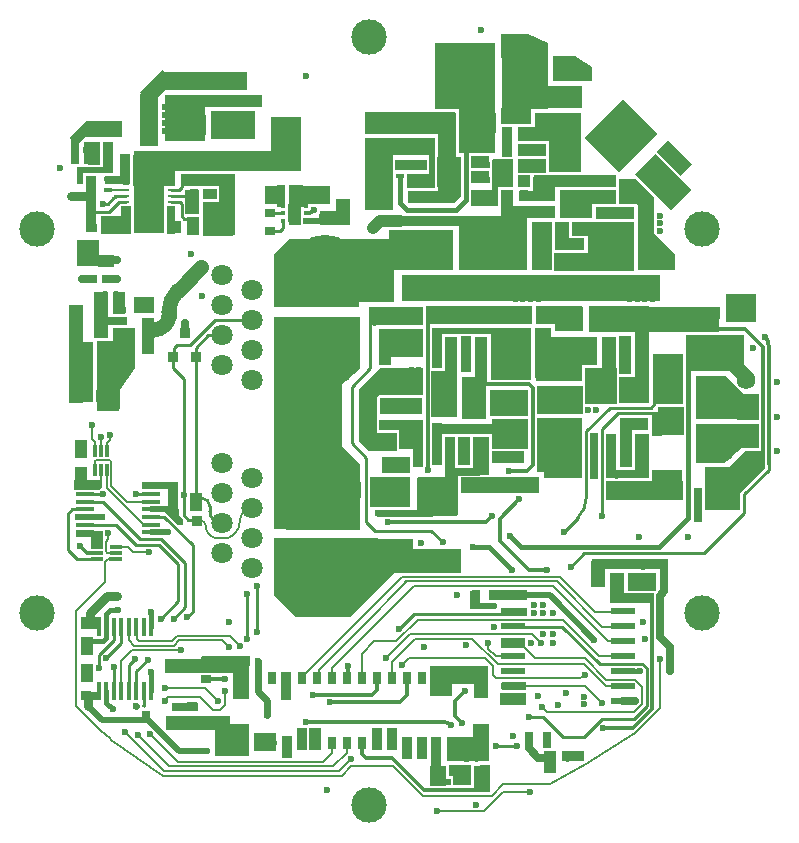
<source format=gbl>
G04*
G04 #@! TF.GenerationSoftware,Altium Limited,Altium Designer,22.1.2 (22)*
G04*
G04 Layer_Physical_Order=4*
G04 Layer_Color=16711680*
%FSLAX25Y25*%
%MOIN*%
G70*
G04*
G04 #@! TF.SameCoordinates,718D4045-E2B1-425D-88C3-508A2C93E544*
G04*
G04*
G04 #@! TF.FilePolarity,Positive*
G04*
G01*
G75*
%ADD11C,0.01000*%
%ADD13C,0.00800*%
%ADD27R,0.03000X0.03500*%
%ADD29R,0.03500X0.03000*%
%ADD32R,0.10984X0.10118*%
%ADD35R,0.03622X0.03228*%
%ADD42R,0.04000X0.06000*%
%ADD91C,0.00800*%
%ADD98C,0.03000*%
%ADD99C,0.05000*%
%ADD100C,0.01200*%
%ADD101C,0.02500*%
%ADD102C,0.04000*%
%ADD103C,0.02200*%
%ADD105C,0.02000*%
%ADD189R,0.10300X0.03000*%
%ADD257C,0.22835*%
%ADD258R,0.06260X0.06260*%
%ADD259C,0.06260*%
%ADD260R,0.10394X0.10394*%
%ADD261C,0.10394*%
%ADD262C,0.03937*%
%ADD263C,0.07087*%
%ADD264C,0.11811*%
%ADD265C,0.02362*%
%ADD279R,0.13386X0.06299*%
%ADD280R,0.03150X0.03150*%
%ADD281R,0.07874X0.04331*%
%ADD282R,0.01181X0.03898*%
%ADD283R,0.03898X0.01181*%
%ADD284R,0.01614X0.06299*%
%ADD285R,0.01457X0.01063*%
%ADD286R,0.07874X0.02362*%
%ADD287R,0.07000X0.06000*%
%ADD288R,0.03150X0.10630*%
%ADD289R,0.01800X0.02500*%
%ADD290R,0.03937X0.02362*%
%ADD291R,0.06102X0.01378*%
%ADD292R,0.03228X0.03622*%
%ADD293R,0.04724X0.04724*%
%ADD294R,0.04724X0.10630*%
%ADD295R,0.03150X0.04331*%
%ADD296R,0.02362X0.08661*%
%ADD297R,0.09843X0.06693*%
G04:AMPARAMS|DCode=298|XSize=98.43mil|YSize=66.93mil|CornerRadius=0mil|HoleSize=0mil|Usage=FLASHONLY|Rotation=315.000|XOffset=0mil|YOffset=0mil|HoleType=Round|Shape=Rectangle|*
%AMROTATEDRECTD298*
4,1,4,-0.05846,0.01114,-0.01114,0.05846,0.05846,-0.01114,0.01114,-0.05846,-0.05846,0.01114,0.0*
%
%ADD298ROTATEDRECTD298*%

%ADD299R,0.06102X0.02362*%
%ADD300R,0.02500X0.01800*%
%ADD301R,0.07874X0.09843*%
%ADD302R,0.06339X0.02284*%
%ADD303R,0.02362X0.00984*%
%ADD304R,0.10236X0.11811*%
%ADD305R,0.08661X0.19685*%
%ADD306R,0.01772X0.01181*%
%ADD307R,0.03937X0.06299*%
%ADD308C,0.01800*%
%ADD309C,0.01500*%
%ADD310R,0.22086X0.10200*%
%ADD311R,0.03850X0.06000*%
%ADD312R,0.24854X0.21700*%
%ADD313R,0.04337X0.12200*%
%ADD314R,0.09200X0.06100*%
%ADD315R,0.07394X0.07800*%
%ADD316R,0.04802X0.08750*%
%ADD317R,0.10100X0.18400*%
%ADD318R,0.03250X0.05300*%
%ADD319R,0.03929X0.03897*%
%ADD320R,0.03972X0.13200*%
%ADD321R,0.03152X0.04066*%
%ADD322R,0.09878X0.06300*%
%ADD323R,0.22971X0.71100*%
%ADD324R,0.23882X0.17509*%
%ADD325R,0.26600X0.06035*%
%ADD326R,0.06800X0.16200*%
%ADD327R,0.21600X0.13259*%
%ADD328R,0.08600X0.15600*%
%ADD329R,0.11000X0.04200*%
%ADD330R,0.13651X0.11400*%
%ADD331R,0.49800X0.06763*%
%ADD332R,0.10200X0.04537*%
%ADD333R,0.08750X0.02400*%
%ADD334R,0.30400X0.07300*%
%ADD335R,0.28100X0.06481*%
%ADD336R,0.34800X0.17400*%
%ADD337R,0.04504X0.09600*%
%ADD338R,0.07460X0.10111*%
%ADD339R,0.07874X0.03181*%
%ADD340R,0.02500X0.02474*%
%ADD341R,0.08814X0.04181*%
%ADD342R,0.08358X0.02800*%
%ADD343R,0.04189X0.01322*%
%ADD344R,0.04385X0.06300*%
%ADD345R,0.07675X0.06200*%
%ADD346R,0.01714X0.06299*%
%ADD347R,0.08980X0.02227*%
%ADD348R,0.03880X0.06149*%
%ADD349R,0.04268X0.06300*%
%ADD350R,0.04268X0.07591*%
%ADD351R,0.07007X0.03909*%
%ADD352R,0.02828X0.04049*%
%ADD353R,0.06757X0.03110*%
%ADD354R,0.09600X0.05800*%
%ADD355R,0.04479X0.13645*%
%ADD356R,0.03200X0.14000*%
%ADD357R,0.18900X0.06300*%
%ADD358R,0.15283X0.08040*%
%ADD359R,0.04826X0.09351*%
%ADD360R,0.09351X0.03900*%
%ADD361R,0.07800X0.23500*%
%ADD362R,0.26700X0.07800*%
%ADD363R,0.05400X0.24200*%
%ADD364R,0.22500X0.17600*%
%ADD365R,0.06993X0.05541*%
%ADD366R,0.15800X0.09200*%
%ADD367R,0.07800X0.07500*%
%ADD368R,0.05250X0.03900*%
%ADD369R,0.04700X0.20500*%
%ADD370R,0.16350X0.03314*%
%ADD371R,0.28300X0.04600*%
%ADD372R,0.07600X0.10800*%
%ADD373R,0.04300X0.07400*%
%ADD374R,0.07300X0.08700*%
%ADD375R,0.04400X0.12300*%
%ADD376R,0.04900X0.32700*%
%ADD377R,0.05000X0.15465*%
%ADD378R,0.25800X0.03573*%
%ADD379R,0.18000X0.04472*%
%ADD380R,0.15800X0.22100*%
G04:AMPARAMS|DCode=381|XSize=53.03mil|YSize=106.77mil|CornerRadius=0mil|HoleSize=0mil|Usage=FLASHONLY|Rotation=315.000|XOffset=0mil|YOffset=0mil|HoleType=Round|Shape=Rectangle|*
%AMROTATEDRECTD381*
4,1,4,-0.05650,-0.01900,0.01900,0.05650,0.05650,0.01900,-0.01900,-0.05650,-0.05650,-0.01900,0.0*
%
%ADD381ROTATEDRECTD381*%

%ADD382R,0.05300X0.04100*%
%ADD383R,0.11400X0.05500*%
%ADD384R,0.02286X0.08884*%
%ADD385R,0.05500X0.07600*%
G04:AMPARAMS|DCode=386|XSize=33.23mil|YSize=82.02mil|CornerRadius=0mil|HoleSize=0mil|Usage=FLASHONLY|Rotation=135.000|XOffset=0mil|YOffset=0mil|HoleType=Round|Shape=Rectangle|*
%AMROTATEDRECTD386*
4,1,4,0.04075,0.01725,-0.01725,-0.04075,-0.04075,-0.01725,0.01725,0.04075,0.04075,0.01725,0.0*
%
%ADD386ROTATEDRECTD386*%

%ADD387R,0.02286X0.09584*%
%ADD388R,0.04100X0.07400*%
%ADD389R,0.02273X0.03900*%
%ADD390R,0.03700X0.18900*%
%ADD391R,0.12300X0.02300*%
%ADD392R,0.02000X0.15764*%
G04:AMPARAMS|DCode=393|XSize=39.46mil|YSize=86.27mil|CornerRadius=0mil|HoleSize=0mil|Usage=FLASHONLY|Rotation=45.000|XOffset=0mil|YOffset=0mil|HoleType=Round|Shape=Rectangle|*
%AMROTATEDRECTD393*
4,1,4,0.01655,-0.04445,-0.04445,0.01655,-0.01655,0.04445,0.04445,-0.01655,0.01655,-0.04445,0.0*
%
%ADD393ROTATEDRECTD393*%

%ADD394R,0.10000X0.01900*%
%ADD395R,0.03207X0.08044*%
%ADD396R,0.03100X0.11400*%
%ADD397R,0.14500X0.03800*%
%ADD398R,0.03700X0.03700*%
%ADD399R,0.03400X0.07558*%
%ADD400R,0.08500X0.02900*%
%ADD401R,0.05001X0.08878*%
%ADD402R,0.03400X0.09281*%
%ADD403R,0.06200X0.06923*%
%ADD404R,0.03400X0.07198*%
%ADD405R,0.03400X0.07500*%
%ADD406R,0.03400X0.07198*%
%ADD407R,0.05581X0.09100*%
%ADD408R,0.05400X0.06874*%
%ADD409R,0.03700X0.03900*%
%ADD410R,0.03700X0.16100*%
%ADD411R,0.07600X0.03650*%
%ADD412R,0.07400X0.03400*%
%ADD413R,0.04300X0.05900*%
%ADD414R,0.04200X0.07500*%
%ADD415R,0.03500X0.06462*%
%ADD416R,0.12700X0.03600*%
%ADD417R,0.13800X0.13145*%
%ADD418R,0.07200X0.08058*%
%ADD419R,0.07200X0.08500*%
%ADD420R,0.25000X0.06300*%
%ADD421R,0.14500X0.05800*%
%ADD422R,0.40700X0.07900*%
%ADD423R,0.04800X0.20800*%
%ADD424R,0.02800X0.15300*%
%ADD425R,0.09800X0.04400*%
%ADD426R,0.08700X0.09700*%
%ADD427R,0.13800X0.02900*%
%ADD428R,0.16300X0.09300*%
%ADD429R,0.03600X0.13300*%
%ADD430R,0.04400X0.16157*%
%ADD431R,0.10200X0.17000*%
%ADD432R,0.25300X0.04300*%
%ADD433R,0.31972X0.05363*%
G04:AMPARAMS|DCode=434|XSize=113.14mil|YSize=52.32mil|CornerRadius=0mil|HoleSize=0mil|Usage=FLASHONLY|Rotation=135.000|XOffset=0mil|YOffset=0mil|HoleType=Round|Shape=Rectangle|*
%AMROTATEDRECTD434*
4,1,4,0.05850,-0.02150,0.02150,-0.05850,-0.05850,0.02150,-0.02150,0.05850,0.05850,-0.02150,0.0*
%
%ADD434ROTATEDRECTD434*%

%ADD435R,0.13386X0.10200*%
%ADD436R,0.03500X0.19800*%
%ADD437R,0.26100X0.05200*%
%ADD438R,0.22400X0.03700*%
%ADD439R,0.09600X0.06100*%
%ADD440R,0.14623X0.03800*%
%ADD441R,0.10400X0.04900*%
%ADD442R,0.03300X0.10300*%
%ADD443R,0.04300X0.07300*%
%ADD444R,0.23500X0.04700*%
G04:AMPARAMS|DCode=445|XSize=44.55mil|YSize=89.8mil|CornerRadius=0mil|HoleSize=0mil|Usage=FLASHONLY|Rotation=45.000|XOffset=0mil|YOffset=0mil|HoleType=Round|Shape=Rectangle|*
%AMROTATEDRECTD445*
4,1,4,0.01600,-0.04750,-0.04750,0.01600,-0.01600,0.04750,0.04750,-0.01600,0.01600,-0.04750,0.0*
%
%ADD445ROTATEDRECTD445*%

%ADD446R,0.10000X0.09200*%
%ADD447R,0.86200X0.08900*%
%ADD448R,0.13100X0.20100*%
%ADD449R,0.04700X0.14700*%
%ADD450R,0.04400X0.12900*%
%ADD451R,0.03600X0.12000*%
%ADD452R,0.15269X0.04100*%
%ADD453R,0.10600X0.11100*%
%ADD454R,0.15100X0.18400*%
%ADD455R,0.03600X0.13900*%
%ADD456R,0.07800X0.08900*%
%ADD457R,0.03700X0.15100*%
%ADD458R,0.12800X0.04300*%
%ADD459R,0.08700X0.04600*%
%ADD460R,0.03800X0.10236*%
%ADD461R,0.15000X0.09700*%
G04:AMPARAMS|DCode=462|XSize=169.71mil|YSize=96.86mil|CornerRadius=0mil|HoleSize=0mil|Usage=FLASHONLY|Rotation=135.000|XOffset=0mil|YOffset=0mil|HoleType=Round|Shape=Rectangle|*
%AMROTATEDRECTD462*
4,1,4,0.09425,-0.02576,0.02576,-0.09425,-0.09425,0.02576,-0.02576,0.09425,0.09425,-0.02576,0.0*
%
%ADD462ROTATEDRECTD462*%

%ADD463R,0.07100X0.06487*%
%ADD464R,0.03072X0.07422*%
%ADD465R,0.10900X0.04800*%
%ADD466R,0.03800X0.09900*%
%ADD467R,0.09400X0.05000*%
%ADD468R,0.14700X0.06400*%
%ADD469R,0.11300X0.22200*%
%ADD470R,0.09000X0.05600*%
%ADD471R,0.01900X0.16055*%
%ADD472R,0.09500X0.05000*%
%ADD473R,0.09400X0.21300*%
%ADD474R,0.02900X0.05500*%
%ADD475R,0.10800X0.03700*%
%ADD476R,0.20300X0.08600*%
%ADD477R,0.04800X0.11378*%
%ADD478R,0.21268X0.04600*%
%ADD479R,0.08800X0.03100*%
%ADD480R,0.05800X0.13300*%
%ADD481R,0.03206X0.04400*%
%ADD482R,0.20300X0.04300*%
%ADD483R,0.06200X0.15700*%
%ADD484R,0.06400X0.04200*%
%ADD485R,0.10000X0.05500*%
%ADD486R,0.03800X0.14300*%
%ADD487R,0.09400X0.04000*%
%ADD488R,0.07300X0.06900*%
%ADD489R,0.12200X0.03700*%
%ADD490R,0.06600X0.09300*%
%ADD491R,0.04200X0.13563*%
%ADD492R,0.12117X0.37000*%
%ADD493R,0.13673X0.15200*%
%ADD494R,0.04400X0.09500*%
%ADD495R,0.05200X0.12900*%
%ADD496R,0.04100X0.14300*%
%ADD497R,0.08400X0.14300*%
%ADD498R,0.04100X0.16300*%
%ADD499R,0.05300X0.16600*%
%ADD500R,0.15700X0.14300*%
%ADD501R,0.09800X0.08196*%
%ADD502R,0.10500X0.11900*%
%ADD503R,0.04900X0.14300*%
%ADD504R,0.09900X0.08700*%
%ADD505R,0.15300X0.09704*%
%ADD506R,0.12900X0.08900*%
%ADD507R,0.14300X0.05604*%
%ADD508R,0.17900X0.06400*%
%ADD509R,0.12200X0.10000*%
%ADD510R,0.35500X0.06000*%
%ADD511R,0.15800X0.06000*%
%ADD512R,0.13800X0.17400*%
%ADD513R,0.14700X0.09237*%
%ADD514R,0.14500X0.03600*%
%ADD515R,0.14100X0.08400*%
%ADD516R,0.04800X0.03600*%
G04:AMPARAMS|DCode=517|XSize=163.34mil|YSize=183.14mil|CornerRadius=0mil|HoleSize=0mil|Usage=FLASHONLY|Rotation=135.000|XOffset=0mil|YOffset=0mil|HoleType=Round|Shape=Rectangle|*
%AMROTATEDRECTD517*
4,1,4,0.12250,0.00700,-0.00700,-0.12250,-0.12250,-0.00700,0.00700,0.12250,0.12250,0.00700,0.0*
%
%ADD517ROTATEDRECTD517*%

%ADD518R,0.08329X0.02900*%
%ADD519R,0.11000X0.09700*%
%ADD520R,0.05400X0.10900*%
%ADD521R,0.10300X0.08237*%
%ADD522R,0.14000X0.08700*%
%ADD523R,0.06029X0.17763*%
%ADD524R,0.10278X0.05850*%
%ADD525R,0.05472X0.18437*%
%ADD526R,0.09871X0.11200*%
%ADD527R,0.03000X0.09300*%
%ADD528R,0.04200X0.06300*%
%ADD529R,0.04572X0.08400*%
%ADD530R,0.18472X0.04200*%
%ADD531R,0.21000X0.04600*%
%ADD532R,0.27700X0.03963*%
%ADD533R,0.36629X0.03800*%
G36*
X59700Y254100D02*
Y249147D01*
X43900D01*
Y257078D01*
X53085D01*
X59700Y254100D01*
D02*
G37*
G36*
X74300Y245931D02*
Y241812D01*
X73945Y241459D01*
X61122Y241547D01*
Y249600D01*
X68523D01*
X74300Y245931D01*
D02*
G37*
G36*
X30600Y202891D02*
X28355Y200645D01*
X22900D01*
X30600Y207126D01*
Y202891D01*
D02*
G37*
G36*
X88800Y201100D02*
X88800Y201100D01*
X88761Y201019D01*
X88740Y200841D01*
X88797Y200671D01*
X88920Y200542D01*
X89000Y200500D01*
X83200Y200500D01*
Y208800D01*
X88800D01*
X88800Y201100D01*
D02*
G37*
G36*
X6800Y181118D02*
X-3300Y181707D01*
Y165900D01*
X-31800D01*
Y183342D01*
X-31333D01*
X-31829Y183371D01*
X-26600Y188600D01*
X6800D01*
Y181118D01*
D02*
G37*
G36*
X102100Y183600D02*
Y178285D01*
X89500D01*
Y191500D01*
X94200D01*
X102100Y183600D01*
D02*
G37*
G36*
X124900Y144600D02*
X105600Y144600D01*
Y156800D01*
X124900D01*
Y144600D01*
D02*
G37*
G36*
X-9500Y143400D02*
X-7222Y145678D01*
X-3218Y145291D01*
X-8899Y140263D01*
X-9179Y138900D01*
X-27100D01*
Y146655D01*
X-9500Y143400D01*
D02*
G37*
G36*
X-78012Y145600D02*
X-83183Y138565D01*
X-88500Y140000D01*
Y154700D01*
X-78012D01*
Y145600D01*
D02*
G37*
G36*
X129000Y133000D02*
Y128600D01*
X108900D01*
Y142900D01*
X119100D01*
X129000Y133000D01*
D02*
G37*
G36*
X18000Y136700D02*
X3297D01*
X2662Y136065D01*
Y128904D01*
X2641Y128873D01*
X2586Y128600D01*
Y125000D01*
X2641Y124727D01*
X2662Y124696D01*
Y118400D01*
Y118100D01*
X-197D01*
X-3300Y121203D01*
Y138596D01*
X3704Y145600D01*
X18000D01*
Y136700D01*
D02*
G37*
G36*
X129000Y123200D02*
X118168Y113900D01*
X109000D01*
Y127209D01*
X129000D01*
Y123200D01*
D02*
G37*
G36*
X-2900Y113600D02*
Y106557D01*
X-15632Y120336D01*
X-10702Y121402D01*
X-2900Y113600D01*
D02*
G37*
G36*
X-89100Y106200D02*
X-90100Y105200D01*
X-98300Y105200D01*
Y108100D01*
Y108500D01*
X-89100D01*
Y106200D01*
D02*
G37*
G36*
X104600Y101800D02*
X78900D01*
Y108200D01*
X104600D01*
Y101800D01*
D02*
G37*
G36*
X-63600Y98600D02*
X-67200D01*
Y105400D01*
X-75800D01*
Y107700D01*
X-63600D01*
Y98600D01*
D02*
G37*
G36*
X131800Y112300D02*
X123500Y104000D01*
X123500Y98400D01*
X111800D01*
Y112800D01*
X120200D01*
X125300Y117900D01*
X131800D01*
X131800Y112300D01*
D02*
G37*
G36*
X-64800Y98000D02*
X-62100Y95300D01*
X-62100Y93500D01*
X-63900D01*
X-68400Y98000D01*
X-64800Y98000D01*
D02*
G37*
G36*
X9682Y78237D02*
X-6301Y62600D01*
X-24335Y62600D01*
X-31800Y69941D01*
Y78700D01*
X9493D01*
X9682Y78237D01*
D02*
G37*
D11*
X-53100Y99600D02*
G03*
X-55855Y102355I-2755J0D01*
G01*
X-53100Y98019D02*
G03*
X-49000Y93919I4100J0D01*
G01*
X69471Y95671D02*
G03*
X72400Y102742I-7071J7071D01*
G01*
X-84660Y202889D02*
G03*
X-84721Y202823I701J-713D01*
G01*
X400Y145667D02*
Y160900D01*
X-5854Y139413D02*
X400Y145667D01*
X-5854Y120634D02*
Y139413D01*
Y120634D02*
X-1000Y115781D01*
X1962Y91438D02*
X20762D01*
X24600Y87600D01*
X-1000Y94400D02*
Y115781D01*
Y94400D02*
X1962Y91438D01*
X64341Y59560D02*
X76800Y47100D01*
X47852Y59560D02*
X64341D01*
X76800Y47100D02*
X91086D01*
X-37300Y57800D02*
Y73200D01*
X-40678Y55381D02*
Y70441D01*
X5421Y131679D02*
X5600D01*
Y132500D01*
X-97531Y82131D02*
X-90869D01*
X-100300Y84900D02*
Y97228D01*
Y84900D02*
X-97531Y82131D01*
X-29822Y191237D02*
X-28749Y192310D01*
X-33072Y191237D02*
X-29822D01*
X-28749Y192310D02*
Y194737D01*
X64900Y91100D02*
X69471Y95671D01*
X-27500Y16781D02*
Y20599D01*
X-18727Y198428D02*
X-18501D01*
X-21071Y197296D02*
X-20981Y197387D01*
X-84368Y203176D02*
X-81040D01*
X-84660Y202889D02*
X-84368Y203176D01*
X-92650Y198950D02*
Y200300D01*
X-82635Y54054D02*
Y59365D01*
X-87755Y48935D02*
X-82635Y54054D01*
X-90136Y50101D02*
X-85100Y55137D01*
X-90136Y45881D02*
Y50101D01*
X64500Y22800D02*
X71733D01*
X77505Y28573D01*
X88227D01*
X58000Y29300D02*
X64500Y22800D01*
X53400Y29300D02*
X58000D01*
X92600Y32946D02*
Y45586D01*
X88227Y28573D02*
X92600Y32946D01*
X91086Y47100D02*
X92600Y45586D01*
X15028Y63800D02*
X47893D01*
X47852Y59560D02*
X47893Y59600D01*
X26653Y211000D02*
X29180Y208472D01*
X-94175Y96075D02*
X-89275D01*
X-88800Y96000D02*
X-88750Y96050D01*
X-89200Y96000D02*
X-88800D01*
X-89275Y96075D02*
X-89200Y96000D01*
X-94707Y103700D02*
X-88800D01*
X-88874Y101174D02*
X-76438Y88738D01*
X-94740Y101174D02*
X-88874D01*
X-76438Y88738D02*
X-69438D01*
X-77800Y103722D02*
X-73079D01*
Y103922D02*
X-72890Y103733D01*
X-94200Y96050D02*
X-94175Y96075D01*
X-77600Y44600D02*
X-73800Y48400D01*
X-77600Y38140D02*
Y44600D01*
X-94740Y93497D02*
X-84497D01*
X-77881Y86881D02*
X-70181D01*
X-84497Y93497D02*
X-77881Y86881D01*
X-63700Y67962D02*
Y80400D01*
X-70181Y86881D02*
X-63700Y80400D01*
X-61300Y66000D02*
Y80600D01*
X-65100Y62200D02*
X-61300Y66000D01*
X-69481Y62181D02*
X-63700Y67962D01*
X-58800Y64469D02*
Y86600D01*
X-60700Y62569D02*
X-58800Y64469D01*
X-69438Y88738D02*
X-61300Y80600D01*
X-85100Y55137D02*
Y59400D01*
X-82635Y59365D02*
X-82600Y59400D01*
X-98913Y98615D02*
X-94740D01*
X-100300Y97228D02*
X-98913Y98615D01*
X-80100Y46700D02*
X-78000Y48800D01*
X-80100Y38140D02*
Y46700D01*
X-61700Y103400D02*
Y142200D01*
Y96597D02*
Y103400D01*
X-57760Y102580D02*
Y149563D01*
X-57535Y102355D02*
X-55855D01*
X-57760Y149563D02*
Y152540D01*
X-85200Y38240D02*
Y46100D01*
X-53100Y98019D02*
Y99600D01*
X-75100Y33083D02*
Y38140D01*
X42600Y161796D02*
Y165000D01*
X72400Y102742D02*
Y124700D01*
X-68256Y96056D02*
X-58800Y86600D01*
X-60772Y203169D02*
X-59772Y202169D01*
Y200837D02*
Y202169D01*
X-66071Y203169D02*
X-60772D01*
X111500Y83900D02*
X125100Y97500D01*
X71561Y83900D02*
X111500D01*
X125100Y97500D02*
Y103700D01*
X67161Y79500D02*
X71561Y83900D01*
X-57637Y94977D02*
X-57535Y94875D01*
X-57817Y95157D02*
X-57637Y94977D01*
X-72693Y96056D02*
X-68256D01*
X-87172Y213001D02*
Y219337D01*
X-88500Y211673D02*
X-87172Y213001D01*
X-65112Y149691D02*
Y152288D01*
X-64000Y153400D01*
X-65240Y149563D02*
X-65112Y149691D01*
X-65240Y145740D02*
Y149563D01*
Y145740D02*
X-61700Y142200D01*
X-64000Y153400D02*
X-59600D01*
X-51320Y161680D01*
X-39000D01*
X-57760Y152540D02*
X-53620Y156680D01*
X-49000D01*
X-60260Y95157D02*
X-57817D01*
X-61700Y96597D02*
X-60260Y95157D01*
X77600Y96400D02*
Y125400D01*
X102546Y130644D02*
X103402Y131500D01*
X77600Y125400D02*
X82844Y130644D01*
X16200Y203500D02*
X16600Y203100D01*
Y201400D02*
Y203100D01*
X9814Y58586D02*
X15028Y63800D01*
X35000Y66600D02*
X35281Y66319D01*
X42116Y19700D02*
X49300D01*
X-22500Y24600D02*
Y24700D01*
Y20599D02*
Y24600D01*
X-57760Y102580D02*
X-57535Y102355D01*
X-83272Y201200D02*
X-81032D01*
X-85307Y202237D02*
X-84721Y202823D01*
X-86872Y197600D02*
X-83272Y201200D01*
X-91300Y197600D02*
X-86872D01*
X-81040Y203176D02*
X-81032Y203169D01*
X-88800Y200500D02*
X-88782Y200518D01*
X-87026D02*
X-85307Y202237D01*
X-88782Y200518D02*
X-87026D01*
X-92650Y198950D02*
X-91300Y197600D01*
X-62545Y196373D02*
Y200545D01*
X-63200Y201200D02*
X-62545Y200545D01*
X-66071Y201200D02*
X-63200D01*
X-66071Y205137D02*
X-63271D01*
X-62471Y205937D02*
Y209837D01*
X-63271Y205137D02*
X-62471Y205937D01*
X125100Y103700D02*
X133200Y111800D01*
Y113700D01*
X95100Y133672D02*
Y136100D01*
X80200Y132500D02*
X93928D01*
X95100Y136100D02*
X99800Y140800D01*
X93928Y132500D02*
X95100Y133672D01*
X72400Y124700D02*
X80200Y132500D01*
X82844Y130644D02*
X102546D01*
X21300Y161796D02*
X42700D01*
X42600Y165000D02*
X43100Y165500D01*
X101700Y138200D02*
X101800D01*
X103250Y139650D02*
Y142700D01*
X101800Y138200D02*
X103250Y139650D01*
X-96222Y208437D02*
X-95927Y208731D01*
X19150Y208450D02*
X20600Y209900D01*
X16200Y218500D02*
X20400D01*
X20600Y218300D01*
X17100Y208450D02*
X19150D01*
X-62545Y196373D02*
X-61596Y195425D01*
X-59527D01*
X-59400Y195298D01*
X-24910Y198387D02*
X-23442Y199855D01*
X-33012Y197296D02*
X-28749D01*
X-33072Y197237D02*
X-33012Y197296D01*
D13*
X69105Y42300D02*
G03*
X71860Y43441I0J3896D01*
G01*
X-75212Y93562D02*
G03*
X-75055Y93497I156J157D01*
G01*
X72333Y13638D02*
G03*
X72390Y13671I-533J962D01*
G01*
X-39000Y98919D02*
G03*
X-43048Y94876I0J-4048D01*
G01*
X-44900Y90400D02*
G03*
X-43048Y94873I-4471J4471D01*
G01*
X-54500Y93200D02*
G03*
X-56175Y94875I-1675J0D01*
G01*
X-54500Y93200D02*
G03*
X-50200Y88900I4300J0D01*
G01*
X-48527Y88900D02*
G03*
X-44900Y90400I6J5121D01*
G01*
X-89500Y107000D02*
Y111731D01*
X-97700Y64800D02*
X-88100Y74400D01*
X-97700Y32926D02*
Y64800D01*
X-88100Y74400D02*
Y81000D01*
X-12500Y42253D02*
Y45800D01*
X14809Y73109D01*
X61191D01*
X-97700Y32926D02*
X-94353Y29579D01*
X64474Y61800D02*
X76674Y49600D01*
X16254Y61800D02*
X64474D01*
X76674Y49600D02*
X84507D01*
X-21794Y43549D02*
X10857Y76200D01*
X63600D01*
X-16725Y43028D02*
Y45149D01*
X-17500Y42253D02*
X-16725Y43028D01*
Y45149D02*
X-2487Y59387D01*
X12009Y74609D02*
X62491D01*
X-2500Y59400D02*
X12409Y74309D01*
X79613Y54687D02*
X84507D01*
X71751Y43441D02*
X71860D01*
X42296Y42300D02*
X69105D01*
X-46500Y56500D02*
X-43100Y53100D01*
X-64000Y56500D02*
X-46500D01*
X-10126Y11500D02*
X-6152Y15474D01*
X-68500Y11500D02*
X-10126D01*
X-6038Y12962D02*
X7960D01*
X-9119Y9881D02*
X-6038Y12962D01*
X-68845Y9881D02*
X-9119D01*
X-84721Y81941D02*
X-84531Y82131D01*
X-88100Y81000D02*
X-87159Y81941D01*
X-84721D01*
X77600Y59500D02*
X84507D01*
X62491Y74609D02*
X77600Y59500D01*
X44700Y4400D02*
X53758D01*
X38200Y-2100D02*
X44700Y4400D01*
X22600Y-2100D02*
X38200D01*
X61191Y73109D02*
X79613Y54687D01*
X47893Y39600D02*
X71800D01*
X51430Y53000D02*
X55348Y49082D01*
X71818D01*
X79100Y41800D01*
X51430Y53000D02*
Y53819D01*
X50649Y54600D02*
X51430Y53819D01*
X-66774Y13000D02*
X-12000D01*
X-63775Y14500D02*
X-15234D01*
X-73137Y23863D02*
X-63775Y14500D01*
X-15234D02*
X-12500Y17234D01*
X-12000Y13000D02*
X-7481Y17519D01*
X-77137Y23363D02*
X-66774Y13000D01*
X-81300Y24300D02*
X-68500Y11500D01*
X-87532Y105882D02*
X-75212Y93562D01*
X-75055Y93497D02*
X-72693D01*
X-75212Y93562D02*
X-75212Y93562D01*
X-7481Y17519D02*
Y20580D01*
X7960Y12962D02*
X17622Y3300D01*
X-85997Y21897D02*
X-68845Y9881D01*
X17622Y3300D02*
X17900D01*
X18000Y3200D01*
X40856D01*
X38656Y49000D02*
X41300Y46356D01*
X13149Y49000D02*
X38656D01*
X10909Y46760D02*
X13149Y49000D01*
X57500Y32700D02*
X59281Y30919D01*
X57500Y32700D02*
Y32760D01*
X59281Y30919D02*
X88311D01*
X91000Y33608D01*
X71800Y39600D02*
X77500Y33900D01*
X39671Y52227D02*
Y54091D01*
X42298Y49600D02*
X47893D01*
X39671Y52227D02*
X42298Y49600D01*
X44556Y6900D02*
X60181D01*
X72333Y13638D01*
X72390Y13671D02*
X88518Y23914D01*
X59338Y21688D02*
X60000Y22350D01*
X59338Y20138D02*
Y21688D01*
X91000Y33608D02*
Y39500D01*
X88700Y41800D02*
X91000Y39500D01*
X88518Y23914D02*
X97000Y32396D01*
Y48800D01*
X79100Y41800D02*
X88700D01*
X47893Y54600D02*
X50649D01*
X42796Y46981D02*
X71619D01*
X79000Y39600D01*
X84507D01*
X34237Y55540D02*
X42796Y46981D01*
X15297Y55540D02*
X34237D01*
X41300Y43296D02*
Y46356D01*
Y43296D02*
X42296Y42300D01*
X40856Y3200D02*
X44556Y6900D01*
X75300Y64500D02*
X84507D01*
X63600Y76200D02*
X75300Y64500D01*
X13615Y57040D02*
X54373D01*
X57400Y54014D01*
X37106Y213500D02*
Y215094D01*
X-87515Y120689D02*
X-86534Y121670D01*
X-87532Y118069D02*
X-87515Y118086D01*
X-86534Y121670D02*
Y123362D01*
X-87515Y118086D02*
Y120689D01*
X-89500Y118069D02*
Y122600D01*
X-85900Y106400D02*
Y114431D01*
Y106400D02*
X-80674Y101174D01*
X-87532Y105882D02*
Y111731D01*
X-80674Y101174D02*
X-72693D01*
X-84531Y86068D02*
X-80276D01*
X-78707Y84500D01*
X-73500D01*
X-89792Y25178D02*
X-86027Y21924D01*
X-85997Y21897D01*
X-87039Y88631D02*
Y90800D01*
X-87821Y87850D02*
X-87039Y88631D01*
X-87352Y84100D02*
X-84531D01*
X-87821Y84569D02*
X-87352Y84100D01*
X-87821Y84569D02*
Y87850D01*
X-42009Y21022D02*
Y22153D01*
X-89792Y25178D02*
X-89792Y25178D01*
X-94353Y29579D02*
X-89792Y25178D01*
X-65800Y54700D02*
X-64000Y56500D01*
X-65179Y53200D02*
X-63414Y54965D01*
X-49065D02*
X-46700Y52600D01*
X-63414Y54965D02*
X-49065D01*
X-76700Y54700D02*
X-65800D01*
X-80100Y54900D02*
X-78400Y53200D01*
X-82600Y48100D02*
X-79000Y51700D01*
X-78400Y53200D02*
X-65179D01*
X-77519Y55519D02*
X-76700Y54700D01*
X-79000Y51700D02*
X-62700D01*
X-82600Y38140D02*
Y48100D01*
X-92460Y121960D02*
Y126619D01*
X-91469Y118069D02*
Y120968D01*
X-92460Y121960D02*
X-91469Y120968D01*
X-86369Y114900D02*
X-85900Y114431D01*
X-91137Y114900D02*
X-86369D01*
X-91469Y111731D02*
Y114568D01*
X-91137Y114900D01*
X-57900Y99500D02*
Y101990D01*
X-80100Y54900D02*
Y59400D01*
X-77519Y55519D02*
Y59319D01*
X-77600Y59400D02*
X-77519Y59319D01*
X-85200Y38240D02*
X-85100Y38140D01*
X-43048Y94873D02*
X-43048Y94876D01*
X-57637Y94977D02*
X-56277D01*
X-56175Y94875D01*
X-50200Y88900D02*
X-48527D01*
X5644Y49069D02*
X13615Y57040D01*
X7500Y47743D02*
X15297Y55540D01*
X48487Y44494D02*
X48593Y44600D01*
X9024Y54571D02*
X16254Y61800D01*
X-66901Y36100D02*
X-56300D01*
X-52000Y31800D02*
X-49800D01*
X-56300Y36100D02*
X-52000Y31800D01*
X-68127Y34874D02*
X-66901Y36100D01*
X-68150Y34874D02*
X-68127D01*
X-54726Y39226D02*
X-50381Y34881D01*
X-68150Y39226D02*
X-54726D01*
X89850Y68900D02*
X93500D01*
X-48100Y33500D02*
Y38100D01*
X-49800Y31800D02*
X-48100Y33500D01*
X-12500Y17234D02*
Y20599D01*
X-65600Y100100D02*
X-65350Y99850D01*
X-57900Y101990D02*
X-57535Y102355D01*
X47893Y63800D02*
X48593Y64500D01*
X-7500Y20599D02*
X-7481Y20580D01*
X1571Y54571D02*
X9024D01*
X-2500Y42253D02*
Y50500D01*
X1571Y54571D01*
X7500Y42253D02*
Y47743D01*
X-81051Y205119D02*
X-81032Y205137D01*
X-86881Y205119D02*
X-81051D01*
X-86900Y205100D02*
X-86881Y205119D01*
X-44285Y24430D02*
X-42009Y22153D01*
X16175Y213475D02*
X16200Y213500D01*
X9625Y213475D02*
X16175D01*
X9600Y213450D02*
X9625Y213475D01*
X37106Y208500D02*
Y210194D01*
X7400Y20499D02*
X7500Y20599D01*
X17500D02*
X17600Y20499D01*
D27*
X-74000Y152100D02*
D03*
X-80000D02*
D03*
X56100Y218200D02*
D03*
X62100D02*
D03*
X45500Y208200D02*
D03*
X51500D02*
D03*
X45500Y213300D02*
D03*
X51500D02*
D03*
X-58271Y193700D02*
D03*
X-52271D02*
D03*
X59900Y16300D02*
D03*
X65900D02*
D03*
X53200Y22800D02*
D03*
X59200D02*
D03*
X-58271Y198669D02*
D03*
X-52271D02*
D03*
X-58271Y203637D02*
D03*
X-52271D02*
D03*
X-98172Y215300D02*
D03*
X-92172D02*
D03*
X-87500D02*
D03*
X-81500D02*
D03*
X58000Y187300D02*
D03*
X64000D02*
D03*
X58000Y182500D02*
D03*
X64000D02*
D03*
X51500Y203237D02*
D03*
X45500D02*
D03*
X28000Y11500D02*
D03*
X22000D02*
D03*
X32500D02*
D03*
X38500D02*
D03*
X51500Y218300D02*
D03*
X45500D02*
D03*
X76400Y75600D02*
D03*
X82400D02*
D03*
X35500Y70000D02*
D03*
X41500D02*
D03*
X-75072Y193037D02*
D03*
X-81072D02*
D03*
X-64400Y193100D02*
D03*
X-70400D02*
D03*
X-29372Y204937D02*
D03*
X-23371D02*
D03*
D29*
X-96300Y117200D02*
D03*
Y111200D02*
D03*
X-94300Y42600D02*
D03*
Y36600D02*
D03*
X5600Y132500D02*
D03*
Y126500D02*
D03*
Y162900D02*
D03*
Y156900D02*
D03*
X58500Y156100D02*
D03*
X42900D02*
D03*
Y133100D02*
D03*
Y127100D02*
D03*
Y162100D02*
D03*
X58500Y133100D02*
D03*
Y127100D02*
D03*
Y162100D02*
D03*
X-58900Y32900D02*
D03*
Y26900D02*
D03*
X-54300Y47900D02*
D03*
Y41900D02*
D03*
X-92400Y192300D02*
D03*
Y186300D02*
D03*
X-45871Y241037D02*
D03*
Y235037D02*
D03*
X300Y225500D02*
D03*
Y219500D02*
D03*
X51800Y223800D02*
D03*
Y229800D02*
D03*
X5250Y225500D02*
D03*
Y219500D02*
D03*
X10200D02*
D03*
Y225500D02*
D03*
X-50836Y241137D02*
D03*
Y235137D02*
D03*
X-55800D02*
D03*
Y241137D02*
D03*
X-92400Y181500D02*
D03*
Y175500D02*
D03*
X-87300D02*
D03*
Y181500D02*
D03*
X-94500Y60600D02*
D03*
Y54600D02*
D03*
X-54272Y208337D02*
D03*
Y214337D02*
D03*
X-49272Y208337D02*
D03*
Y214337D02*
D03*
X-14972Y201737D02*
D03*
Y195737D02*
D03*
X-33171Y197337D02*
D03*
Y191337D02*
D03*
X-72471Y215137D02*
D03*
Y221137D02*
D03*
X86028Y191737D02*
D03*
Y197737D02*
D03*
D32*
X19800Y186600D02*
D03*
X45154D02*
D03*
D35*
X-65409Y98615D02*
D03*
X-57535Y102355D02*
D03*
Y94875D02*
D03*
D42*
X-94100Y151000D02*
D03*
X-86100D02*
D03*
X-94100Y143400D02*
D03*
X-86100D02*
D03*
D91*
X-75212Y93562D02*
D03*
D98*
X-87522Y69600D02*
X-83900D01*
X-93000Y64122D02*
X-87522Y69600D01*
X18679Y185479D02*
X19800Y186600D01*
X-99500Y203200D02*
X-93400D01*
X-94250Y60600D02*
X-93000Y61850D01*
Y64122D01*
X-94500Y60600D02*
X-94250D01*
X87550Y80313D02*
X90997D01*
X-94250Y60600D02*
X-94100D01*
X-93700Y33100D02*
Y36000D01*
X-94300Y36600D02*
X-94050D01*
X-94500Y54600D02*
X-94250D01*
X-94300Y42600D02*
X-94159D01*
X-37000Y22626D02*
X-35639Y21264D01*
X-32575D01*
X-32500Y20599D02*
Y21190D01*
X-32575Y21264D02*
X-32500Y21190D01*
X32950Y18700D02*
X35650Y16000D01*
X37300Y18850D02*
Y19300D01*
X-92400Y181500D02*
Y186300D01*
D99*
X-72346Y158300D02*
G03*
X-68000Y160100I0J6146D01*
G01*
X-63871Y171429D02*
G03*
X-66800Y164358I7071J-7071D01*
G01*
X-68000Y160100D02*
G03*
X-66800Y162997I-2897J2897D01*
G01*
X125359Y132743D02*
X125700D01*
X117000Y135700D02*
X118032Y134668D01*
X-63871Y171429D02*
X-55900Y179400D01*
X-73200Y158300D02*
X-72346D01*
X-66800Y162997D02*
Y164358D01*
X117000Y120109D02*
X118459D01*
X121009Y122659D02*
X125459D01*
X125700Y122900D01*
X118459Y120109D02*
X121009Y122659D01*
X117000Y151288D02*
Y151291D01*
X125700Y142585D02*
Y142588D01*
X117000Y151288D02*
X125700Y142588D01*
D100*
X26098Y27502D02*
G03*
X24690Y27781I-1408J-3412D01*
G01*
X27300Y26700D02*
G03*
X26098Y27502I-2610J-2610D01*
G01*
X-20186Y197296D02*
G03*
X-19241Y197687I0J1335D01*
G01*
X-65600Y104700D02*
G03*
X-67192Y106292I-1592J0D01*
G01*
X133200Y153061D02*
G03*
X131900Y156200I-4439J0D01*
G01*
X-21044Y27781D02*
X24690D01*
X-7076Y42677D02*
Y46398D01*
X-7500Y42253D02*
X-7076Y42677D01*
X54500Y113300D02*
Y139100D01*
X37000Y140300D02*
X53300D01*
X54500Y139100D01*
X46600Y111300D02*
X52500D01*
X54500Y113300D01*
X36419Y139506D02*
X37000Y140087D01*
X34706Y139506D02*
X36419D01*
X37000Y140087D02*
Y140300D01*
X32679Y232621D02*
X33219Y233160D01*
X32300Y232242D02*
X32679Y232621D01*
X-18880Y36820D02*
X-18854Y36847D01*
X10246Y34365D02*
X12500Y36619D01*
X-13200Y34365D02*
X10246D01*
X847Y36847D02*
X2500Y38500D01*
X-18854Y36847D02*
X847D01*
X104000Y160800D02*
X106100Y158700D01*
X28600Y29871D02*
X30977Y27494D01*
X28600Y34700D02*
X31800Y37900D01*
X28600Y29871D02*
Y34700D01*
X43539Y95539D02*
X50000Y102000D01*
X43539Y88161D02*
X53219Y78481D01*
X43539Y88161D02*
Y95539D01*
X-19241Y197687D02*
X-18501Y198428D01*
X-21071Y197296D02*
X-20186D01*
X7726Y15600D02*
X18326Y5000D01*
X-1075Y15600D02*
X7726D01*
X-2500Y17025D02*
X-1075Y15600D01*
X-2500Y17025D02*
Y20599D01*
X18326Y5000D02*
X36200D01*
X78000Y25700D02*
X87900D01*
X94400Y32200D01*
Y67900D01*
X12450Y16419D02*
Y20549D01*
X2500Y38500D02*
Y42253D01*
X12500Y36619D02*
Y42253D01*
X-65600Y100100D02*
Y104700D01*
X-27734Y36366D02*
X-27500Y36600D01*
Y42253D01*
X-21132Y27869D02*
X-21044Y27781D01*
X17550Y20449D02*
X17600Y20499D01*
X17550Y16523D02*
Y20449D01*
X-96300Y86300D02*
X-94100Y84100D01*
X-90869D01*
X-94740Y106292D02*
X-94454Y106578D01*
X6300Y94319D02*
X38900D01*
X41081Y96500D01*
X53219Y78481D02*
X59273D01*
X133200Y113700D02*
Y153061D01*
X85207Y69500D02*
X85807Y68900D01*
X-54300Y41900D02*
X-48100D01*
X2500Y20599D02*
Y24558D01*
X17550Y16523D02*
X17600Y16473D01*
X12450Y20549D02*
X12500Y20599D01*
X35778Y7278D02*
X36000Y7500D01*
X22000Y11500D02*
X22331Y11169D01*
X34600Y69100D02*
X35500Y70000D01*
X34600Y67903D02*
Y69100D01*
X106100Y158700D02*
X125309D01*
X131200Y152809D01*
X125700Y113057D02*
X128230Y115587D01*
X129187D02*
X131200Y117600D01*
Y152809D01*
X128230Y115587D02*
X129187D01*
X106300Y145100D02*
X110998Y149798D01*
X115507D01*
X117000Y151291D01*
X112800Y163500D02*
Y164100D01*
X7500Y20599D02*
Y24400D01*
X19500Y111622D02*
Y161600D01*
X34361Y236000D02*
X36058D01*
X33219Y234858D02*
X34361Y236000D01*
X33219Y233160D02*
Y234858D01*
X20835Y210383D02*
Y220465D01*
X18200Y220600D02*
X20700D01*
X20835Y220465D01*
D101*
X56400Y15800D02*
X60000D01*
X-87200Y181600D02*
X-84100D01*
X-87300Y181500D02*
X-87200Y181600D01*
X-32500Y42253D02*
Y42400D01*
X-32400Y42500D01*
X84507Y34600D02*
X88444D01*
X87450Y80313D02*
X90641D01*
X96950Y69792D02*
X98400Y71242D01*
Y79905D01*
X90641Y80313D02*
X91178Y79777D01*
X-96301Y117349D02*
X-95901D01*
X-95800Y117450D02*
Y117850D01*
X-95901Y117349D02*
X-95800Y117450D01*
X-96301Y117349D02*
X-96300Y117349D01*
Y117200D02*
Y117349D01*
X-85415Y136400D02*
X-84500Y135485D01*
X-87120Y136400D02*
X-85415D01*
X-84500Y132600D02*
Y135485D01*
X-61500Y157437D02*
Y160800D01*
X100300Y44800D02*
Y52800D01*
X96950Y56150D02*
Y69792D01*
Y56150D02*
X100300Y52800D01*
X-88100Y161400D02*
X-88000Y161300D01*
X-95800Y175500D02*
X-92400D01*
X53200Y19000D02*
Y20942D01*
Y19000D02*
X56400Y15800D01*
X-87300Y175500D02*
X-83900D01*
X27600Y111200D02*
X36290D01*
X-92400Y181500D02*
X-87300D01*
X96668Y209332D02*
X96785Y209450D01*
D102*
X1400Y192300D02*
X3700Y194600D01*
X10388D01*
X91700Y201400D02*
X91800Y201300D01*
D103*
X82200Y110197D02*
Y110366D01*
X5229Y106172D02*
Y106295D01*
X6650D02*
X8125Y104821D01*
X-37175Y37975D02*
Y48100D01*
Y37975D02*
X-33900Y34700D01*
X51400Y208200D02*
Y208300D01*
Y208200D02*
X51500Y208100D01*
X-77751Y32978D02*
X-77746Y32983D01*
X-94454Y106578D02*
X-94432Y106600D01*
X-33900Y30100D02*
Y34700D01*
X-77784Y32978D02*
X-77751D01*
X-77790Y32983D02*
X-77784Y32978D01*
X20686Y106295D02*
X23416D01*
X66000Y16050D02*
X66400Y16450D01*
X60200Y12700D02*
X60750Y13250D01*
Y13500D01*
X67689Y16500D02*
X70200D01*
X66400Y16450D02*
X67639D01*
X66000Y15800D02*
Y16050D01*
X67639Y16450D02*
X67689Y16500D01*
X6528Y106295D02*
X6650D01*
X8125Y104821D02*
X8325D01*
X82269Y110085D02*
Y110128D01*
X3100Y97400D02*
X20700D01*
Y98100D02*
X20700Y98100D01*
X71000Y201600D02*
X72900D01*
X73400Y202737D02*
X79058D01*
X72900Y201600D02*
Y202237D01*
X72419Y202081D02*
X72900Y201600D01*
X70150Y200750D02*
X71000Y201600D01*
X71481Y202081D01*
X72900Y202237D02*
X73400Y202737D01*
X71481Y202081D02*
X72419D01*
X60000Y15800D02*
X60187Y15613D01*
X-42323Y41072D02*
Y43675D01*
X59900Y137200D02*
X59931Y137169D01*
X67022Y133068D02*
X68400D01*
X-43585Y44937D02*
X-42323Y43675D01*
X45531Y218569D02*
Y221469D01*
Y218569D02*
X45600Y218500D01*
X45500Y221500D02*
X45531Y221469D01*
X-42323Y43675D02*
Y44377D01*
X-42100Y44600D01*
X-42171Y44671D02*
X-42100Y44600D01*
X-42171Y44671D02*
Y45737D01*
X-43700Y225800D02*
X-43400Y226100D01*
X-50148Y225800D02*
X-43700D01*
X-24910Y197296D02*
Y198387D01*
X-23371Y204987D02*
Y205237D01*
D105*
X4100Y163100D02*
X8550D01*
X2800D02*
X4100D01*
X45400Y69900D02*
X60367D01*
X75084Y55184D01*
X37000Y38000D02*
Y40749D01*
X37323Y41072D01*
X-85500Y32100D02*
X-85474D01*
X2500Y228900D02*
X2600Y229000D01*
X-65497Y98703D02*
X-65350Y98850D01*
X-65585Y98615D02*
X-65497Y98703D01*
X-89100Y28500D02*
X-73700D01*
X-93700Y33100D02*
X-89100Y28500D01*
X-63300Y18100D02*
X-53900D01*
X-73700Y28500D02*
X-63300Y18100D01*
X-72693Y90938D02*
X-67136D01*
X-65497Y98703D02*
X-65409Y98615D01*
X-65720Y98926D02*
X-65497Y98703D01*
X-72693Y98615D02*
X-65585D01*
X-64500Y95998D02*
Y98300D01*
X-63400Y94800D02*
Y94898D01*
X-64815Y98615D02*
X-64500Y98300D01*
X-65350Y98615D02*
X-64815D01*
X35281Y66319D02*
X41500D01*
X22400Y11600D02*
X22450Y11650D01*
Y20549D02*
X22500Y20599D01*
X22700Y158000D02*
X41500D01*
X2424Y229176D02*
X2600Y229000D01*
X2500Y228700D02*
Y228900D01*
D189*
X-85850Y161300D02*
D03*
D257*
X-14200Y76789D02*
D03*
Y105135D02*
D03*
X-14700Y178694D02*
D03*
Y150347D02*
D03*
D258*
X125700Y112272D02*
D03*
D259*
Y122114D02*
D03*
Y131957D02*
D03*
Y141799D02*
D03*
D260*
X117000Y103732D02*
D03*
D261*
Y119323D02*
D03*
Y134913D02*
D03*
Y150504D02*
D03*
D262*
X-65799Y27678D02*
D03*
Y46576D02*
D03*
X-48870Y27678D02*
D03*
Y46576D02*
D03*
D263*
X-39000Y108919D02*
D03*
Y98919D02*
D03*
Y88919D02*
D03*
Y78919D02*
D03*
X-49000Y113919D02*
D03*
Y103919D02*
D03*
Y93919D02*
D03*
Y83919D02*
D03*
X-39000Y171680D02*
D03*
Y161680D02*
D03*
Y151680D02*
D03*
Y141680D02*
D03*
X-49000Y176680D02*
D03*
Y166680D02*
D03*
Y156680D02*
D03*
Y146680D02*
D03*
D264*
X0Y255906D02*
D03*
X110810Y191929D02*
D03*
X-110810D02*
D03*
Y63976D02*
D03*
X110810D02*
D03*
X0Y0D02*
D03*
D265*
X92400Y182700D02*
D03*
X95009D02*
D03*
X97618D02*
D03*
X-13900Y5200D02*
D03*
X32000Y105900D02*
D03*
X16600Y144900D02*
D03*
X14127D02*
D03*
X5500Y147700D02*
D03*
X-83900Y69600D02*
D03*
X7723Y122709D02*
D03*
Y120109D02*
D03*
X5161D02*
D03*
X14127Y139484D02*
D03*
Y142150D02*
D03*
X16600D02*
D03*
X-20900Y242900D02*
D03*
X-27808Y213695D02*
D03*
X-25316D02*
D03*
X-27808Y216387D02*
D03*
X-25316D02*
D03*
X-27808Y227171D02*
D03*
X-25316D02*
D03*
X-27808Y224479D02*
D03*
X-25316D02*
D03*
Y221787D02*
D03*
X-27808D02*
D03*
X-25316Y219095D02*
D03*
X-27808D02*
D03*
X-30300Y227171D02*
D03*
Y219072D02*
D03*
Y221772D02*
D03*
Y224471D02*
D03*
X58200Y132900D02*
D03*
X-84100Y181600D02*
D03*
X-83600Y64900D02*
D03*
X-72600Y64500D02*
D03*
X41500Y59400D02*
D03*
X75084Y55184D02*
D03*
X37000Y38000D02*
D03*
X-37300Y57800D02*
D03*
X-7076Y46398D02*
D03*
X1400Y192300D02*
D03*
X-94231Y218269D02*
D03*
X-65600Y104487D02*
D03*
X-37175Y48100D02*
D03*
X-32400Y42500D02*
D03*
X-40678Y55381D02*
D03*
X23700Y190489D02*
D03*
X26528D02*
D03*
X36900Y146200D02*
D03*
X26543Y169660D02*
D03*
Y172352D02*
D03*
Y175044D02*
D03*
X20971Y169660D02*
D03*
Y172352D02*
D03*
Y175044D02*
D03*
X23772Y169660D02*
D03*
Y172352D02*
D03*
Y175044D02*
D03*
X26528Y182413D02*
D03*
Y185105D02*
D03*
Y187797D02*
D03*
X23700D02*
D03*
Y185105D02*
D03*
Y182413D02*
D03*
X-30300Y216400D02*
D03*
Y213671D02*
D03*
X50550Y116700D02*
D03*
X47800D02*
D03*
X45050D02*
D03*
X42300D02*
D03*
X28100Y131000D02*
D03*
X30681Y114603D02*
D03*
X46100Y133800D02*
D03*
X46600Y111300D02*
D03*
X16600Y139400D02*
D03*
X5600Y131480D02*
D03*
X32281Y147700D02*
D03*
X-18501Y198428D02*
D03*
X-8600Y200200D02*
D03*
X-25400Y205500D02*
D03*
X90219Y44600D02*
D03*
X53758Y4400D02*
D03*
X22600Y-2100D02*
D03*
X-289Y229900D02*
D03*
X30800Y45000D02*
D03*
X-18880Y36820D02*
D03*
X-13200Y34365D02*
D03*
X64900Y91100D02*
D03*
X53900Y54000D02*
D03*
X-27500Y16781D02*
D03*
X46900Y89700D02*
D03*
X-6152Y15474D02*
D03*
X78000Y179700D02*
D03*
X-99500Y203200D02*
D03*
X61271Y64174D02*
D03*
X61200Y57100D02*
D03*
X58035D02*
D03*
X21600Y37700D02*
D03*
X24300D02*
D03*
X33500Y45000D02*
D03*
X-85474Y32100D02*
D03*
X-87755Y48935D02*
D03*
X-93169Y45460D02*
D03*
X-90136Y45881D02*
D03*
X-93169Y51500D02*
D03*
X62828Y33437D02*
D03*
X57500Y32760D02*
D03*
X71700Y33700D02*
D03*
X77500Y33900D02*
D03*
X18231Y52631D02*
D03*
X47352Y44700D02*
D03*
X78000Y25700D02*
D03*
X59338Y20138D02*
D03*
X71700Y36154D02*
D03*
X88444Y34600D02*
D03*
X53400Y29300D02*
D03*
X71860Y43441D02*
D03*
X56300Y36500D02*
D03*
X45095D02*
D03*
X39671Y54091D02*
D03*
X65600Y37319D02*
D03*
X26019Y7782D02*
D03*
X12450Y16419D02*
D03*
X87200Y76419D02*
D03*
X92200D02*
D03*
X54800Y64219D02*
D03*
X58035D02*
D03*
X61200Y54100D02*
D03*
X-88800Y103700D02*
D03*
X-86534Y123362D02*
D03*
X-89500Y122600D02*
D03*
X-89300Y96100D02*
D03*
X-90500Y107100D02*
D03*
X-46700Y61200D02*
D03*
X-27734Y36366D02*
D03*
X-33900Y30100D02*
D03*
X-37000Y22626D02*
D03*
X-21132Y27869D02*
D03*
X-53900Y18100D02*
D03*
X-73137Y23863D02*
D03*
X-77137Y23363D02*
D03*
X-81300Y24300D02*
D03*
X-87039Y90800D02*
D03*
X-73500Y84500D02*
D03*
X-43100Y53100D02*
D03*
X-65100Y62200D02*
D03*
X-60700Y62569D02*
D03*
X-77811Y103722D02*
D03*
X-73800Y48400D02*
D03*
X-77710Y32947D02*
D03*
X-96300Y86300D02*
D03*
X-69481Y62181D02*
D03*
X-67136Y90938D02*
D03*
X-62700Y51700D02*
D03*
X-78000Y48800D02*
D03*
X-96200Y120600D02*
D03*
X-92460Y126619D02*
D03*
X-58600Y99500D02*
D03*
X-46700Y52600D02*
D03*
X-40678Y70441D02*
D03*
X31800Y37900D02*
D03*
X30977Y27494D02*
D03*
X-85200Y46100D02*
D03*
X-72600Y44340D02*
D03*
X-93700Y33100D02*
D03*
X-87200Y132500D02*
D03*
X12623Y111800D02*
D03*
X7500D02*
D03*
X10061D02*
D03*
X7500Y114400D02*
D03*
X10061D02*
D03*
X12623D02*
D03*
X6300Y94319D02*
D03*
X9600Y100500D02*
D03*
X41081Y96500D02*
D03*
X5161Y122709D02*
D03*
X32300Y53259D02*
D03*
X57400Y54014D02*
D03*
X65319Y192100D02*
D03*
X62900D02*
D03*
X-84500Y132500D02*
D03*
X-79400Y145750D02*
D03*
X-98200Y135700D02*
D03*
Y138650D02*
D03*
X58200Y250285D02*
D03*
X67900Y248200D02*
D03*
X62900D02*
D03*
X65400D02*
D03*
X72800Y245500D02*
D03*
Y243000D02*
D03*
X70500Y243300D02*
D03*
Y245800D02*
D03*
X55700Y240900D02*
D03*
X58200D02*
D03*
X69500Y227200D02*
D03*
Y229626D02*
D03*
Y233300D02*
D03*
Y238160D02*
D03*
Y235730D02*
D03*
X47400Y255700D02*
D03*
X52400D02*
D03*
X49900D02*
D03*
X64500Y233300D02*
D03*
X53222D02*
D03*
X67000Y235730D02*
D03*
X64500Y238160D02*
D03*
X50610Y233300D02*
D03*
X55700Y252712D02*
D03*
X67000Y238160D02*
D03*
X53222Y235726D02*
D03*
X58200Y247859D02*
D03*
X45387Y233300D02*
D03*
X55700Y250285D02*
D03*
X64500Y235730D02*
D03*
X47999Y235726D02*
D03*
X67000Y233300D02*
D03*
X45387Y235726D02*
D03*
X47999Y233300D02*
D03*
X50610Y235726D02*
D03*
X58200Y252712D02*
D03*
X55700Y247859D02*
D03*
X-73500Y167900D02*
D03*
X67000Y229626D02*
D03*
Y227200D02*
D03*
X64500Y229626D02*
D03*
Y227200D02*
D03*
X24280Y204600D02*
D03*
Y207292D02*
D03*
Y209984D02*
D03*
X-103000Y212400D02*
D03*
X-61500Y160800D02*
D03*
X67161Y79500D02*
D03*
X-42100Y48100D02*
D03*
X-46600Y22400D02*
D03*
X-49600D02*
D03*
X-82100Y148400D02*
D03*
Y143000D02*
D03*
Y145750D02*
D03*
X-79400Y148400D02*
D03*
Y157481D02*
D03*
X-77303Y165240D02*
D03*
X-98200Y144550D02*
D03*
Y141600D02*
D03*
Y147500D02*
D03*
Y150450D02*
D03*
Y153400D02*
D03*
X100300Y44800D02*
D03*
X97000Y48800D02*
D03*
X-95800Y175500D02*
D03*
X-50381Y34881D02*
D03*
X-68150Y39226D02*
D03*
Y34874D02*
D03*
X-48100Y38100D02*
D03*
X-64400Y32500D02*
D03*
X37300Y258300D02*
D03*
X127700Y162900D02*
D03*
X96900Y191500D02*
D03*
X87100Y230900D02*
D03*
X88900Y229100D02*
D03*
X90600Y227300D02*
D03*
X92300Y225500D02*
D03*
X94100Y223700D02*
D03*
X85300Y232700D02*
D03*
X103400Y211900D02*
D03*
X101550Y213750D02*
D03*
X99700Y215600D02*
D03*
X97850Y217450D02*
D03*
X97618Y180200D02*
D03*
X100226D02*
D03*
X92400D02*
D03*
X95009D02*
D03*
X101600Y201600D02*
D03*
X103400Y203400D02*
D03*
X105100Y205200D02*
D03*
X103100Y207000D02*
D03*
X26000Y252742D02*
D03*
X23400D02*
D03*
X26000Y250312D02*
D03*
X23400D02*
D03*
X-84200Y224240D02*
D03*
Y226780D02*
D03*
X99680Y219280D02*
D03*
X101530Y217430D02*
D03*
X96900Y194000D02*
D03*
X101400Y205200D02*
D03*
X87400Y204200D02*
D03*
Y206700D02*
D03*
X84700D02*
D03*
Y204200D02*
D03*
X97786Y159400D02*
D03*
X100471D02*
D03*
X103157D02*
D03*
X77600Y96400D02*
D03*
X-42100Y242600D02*
D03*
Y240000D02*
D03*
X-63400Y94800D02*
D03*
X95100Y159400D02*
D03*
X35600Y200D02*
D03*
X2500Y24558D02*
D03*
X9814Y58586D02*
D03*
X41500Y66319D02*
D03*
X58035Y66825D02*
D03*
X54800Y66800D02*
D03*
X91300Y60900D02*
D03*
X49300Y19700D02*
D03*
X48100Y23046D02*
D03*
X60200Y12700D02*
D03*
X32500Y15327D02*
D03*
X32600Y21100D02*
D03*
X17600Y17123D02*
D03*
X36000Y7782D02*
D03*
X29400D02*
D03*
X32700D02*
D03*
X42116Y19700D02*
D03*
X70200Y16500D02*
D03*
X-61700Y103400D02*
D03*
X90000Y89400D02*
D03*
X-22500Y24600D02*
D03*
X-18750D02*
D03*
X29200Y69900D02*
D03*
X5644Y49069D02*
D03*
X10909Y46760D02*
D03*
X19500Y111622D02*
D03*
X47476Y78546D02*
D03*
X59273Y78481D02*
D03*
X91900Y55500D02*
D03*
X-88800Y200500D02*
D03*
X-37300Y73200D02*
D03*
X-39557Y235300D02*
D03*
X-36900D02*
D03*
X-59400Y183700D02*
D03*
X-55900Y179400D02*
D03*
X-83900Y175500D02*
D03*
X34600Y86100D02*
D03*
X27300Y26700D02*
D03*
X131900Y156200D02*
D03*
X128100Y152400D02*
D03*
X135900Y140900D02*
D03*
Y129400D02*
D03*
Y117900D02*
D03*
X109500Y96000D02*
D03*
Y104300D02*
D03*
X81000Y135400D02*
D03*
X78300D02*
D03*
X7500Y24400D02*
D03*
X76300Y159400D02*
D03*
X75666Y131633D02*
D03*
X73000D02*
D03*
X89100Y126800D02*
D03*
X91600D02*
D03*
X103402Y126200D02*
D03*
Y128700D02*
D03*
Y131200D02*
D03*
X50000Y102000D02*
D03*
X55100Y106900D02*
D03*
X103400Y148400D02*
D03*
Y145900D02*
D03*
Y143400D02*
D03*
X80650Y110200D02*
D03*
X16400Y114603D02*
D03*
X-81472Y210737D02*
D03*
X-85900Y192100D02*
D03*
Y194802D02*
D03*
X-52500Y203400D02*
D03*
X-72469Y198781D02*
D03*
X-55800Y169800D02*
D03*
X103380Y215580D02*
D03*
X105230Y213730D02*
D03*
X96900Y196500D02*
D03*
X-69600Y214697D02*
D03*
X-96000Y186800D02*
D03*
Y183850D02*
D03*
X-88500Y194802D02*
D03*
Y192100D02*
D03*
X106200Y89400D02*
D03*
X103400Y109700D02*
D03*
Y107000D02*
D03*
Y104300D02*
D03*
X100700Y109700D02*
D03*
Y107000D02*
D03*
Y104300D02*
D03*
X94600Y73000D02*
D03*
Y75500D02*
D03*
X89700Y76419D02*
D03*
X64800Y110200D02*
D03*
X-48700Y203400D02*
D03*
Y200700D02*
D03*
X-45900D02*
D03*
Y198000D02*
D03*
Y195300D02*
D03*
Y192600D02*
D03*
X-48700D02*
D03*
Y195300D02*
D03*
Y198000D02*
D03*
X45531Y224247D02*
D03*
X120100Y168500D02*
D03*
X127500D02*
D03*
X83300Y231100D02*
D03*
X74200Y221800D02*
D03*
X70100Y159600D02*
D03*
X92414Y159400D02*
D03*
X89728D02*
D03*
X87043D02*
D03*
X84357D02*
D03*
X81671D02*
D03*
X78986D02*
D03*
X80100Y154300D02*
D03*
Y151700D02*
D03*
X75100Y110200D02*
D03*
X62274D02*
D03*
X59773D02*
D03*
X67273D02*
D03*
X69774D02*
D03*
Y112866D02*
D03*
X67273D02*
D03*
X59773D02*
D03*
X62274D02*
D03*
X64773D02*
D03*
X45387Y230800D02*
D03*
Y228300D02*
D03*
X40751Y235730D02*
D03*
X38321D02*
D03*
X35891D02*
D03*
X33461D02*
D03*
X31030D02*
D03*
X23400Y247882D02*
D03*
Y245451D02*
D03*
Y243021D02*
D03*
Y240591D02*
D03*
Y238160D02*
D03*
Y235730D02*
D03*
Y233300D02*
D03*
X-72469Y212040D02*
D03*
Y201413D02*
D03*
Y206727D02*
D03*
Y204070D02*
D03*
Y209384D02*
D03*
X-49000Y230000D02*
D03*
Y227343D02*
D03*
Y224687D02*
D03*
X-51500D02*
D03*
Y227343D02*
D03*
Y230000D02*
D03*
X-65427Y224757D02*
D03*
Y230070D02*
D03*
Y227414D02*
D03*
Y232727D02*
D03*
X-68148Y224757D02*
D03*
Y227414D02*
D03*
Y230070D02*
D03*
Y232727D02*
D03*
X-61600Y208300D02*
D03*
X-69600Y198757D02*
D03*
Y201413D02*
D03*
Y204070D02*
D03*
Y206727D02*
D03*
Y212040D02*
D03*
Y209384D02*
D03*
X-61719Y212760D02*
D03*
X64800Y203300D02*
D03*
Y200750D02*
D03*
Y198200D02*
D03*
X67500D02*
D03*
Y200750D02*
D03*
Y203300D02*
D03*
X70200Y198300D02*
D03*
Y200800D02*
D03*
Y203300D02*
D03*
X72900D02*
D03*
Y200800D02*
D03*
Y198300D02*
D03*
X92100Y222100D02*
D03*
X90300Y223900D02*
D03*
X88600Y225700D02*
D03*
X86900Y227500D02*
D03*
X85100Y229300D02*
D03*
X76000Y220000D02*
D03*
X77800Y218200D02*
D03*
X79600Y216500D02*
D03*
X81400Y214800D02*
D03*
X79600Y216500D02*
D03*
X-32000Y201937D02*
D03*
X80650Y179700D02*
D03*
X75350D02*
D03*
X67400D02*
D03*
X70050D02*
D03*
X72700D02*
D03*
X83300D02*
D03*
Y182200D02*
D03*
X72700D02*
D03*
X70050D02*
D03*
X67400D02*
D03*
X51500Y208100D02*
D03*
X47999Y228300D02*
D03*
Y230800D02*
D03*
X54800Y211900D02*
D03*
Y214400D02*
D03*
X57400Y211900D02*
D03*
Y214400D02*
D03*
X99600Y203400D02*
D03*
X11862Y229900D02*
D03*
X9432D02*
D03*
X7001D02*
D03*
X4571D02*
D03*
X2141D02*
D03*
X26000Y233300D02*
D03*
Y235730D02*
D03*
Y238160D02*
D03*
Y240591D02*
D03*
Y243021D02*
D03*
Y245451D02*
D03*
Y247882D02*
D03*
X28600D02*
D03*
Y245451D02*
D03*
Y243021D02*
D03*
Y240591D02*
D03*
Y238160D02*
D03*
Y235730D02*
D03*
X31030Y233300D02*
D03*
X28600D02*
D03*
X33461D02*
D03*
X35891D02*
D03*
X38321D02*
D03*
X40751D02*
D03*
X26880Y209984D02*
D03*
Y207292D02*
D03*
Y204600D02*
D03*
X20700Y207000D02*
D03*
X14200Y220900D02*
D03*
X20700Y209383D02*
D03*
X3000Y97400D02*
D03*
X18200Y175044D02*
D03*
Y172352D02*
D03*
Y169660D02*
D03*
X15400Y175044D02*
D03*
Y172352D02*
D03*
Y169660D02*
D03*
X12629D02*
D03*
Y172352D02*
D03*
Y175044D02*
D03*
X4116Y200324D02*
D03*
X1624D02*
D03*
X6608D02*
D03*
X4116Y203016D02*
D03*
X1624D02*
D03*
X6608D02*
D03*
Y205708D02*
D03*
X1624D02*
D03*
X4116D02*
D03*
X6608Y208400D02*
D03*
Y214284D02*
D03*
Y211292D02*
D03*
X4116D02*
D03*
Y214284D02*
D03*
X1624Y211292D02*
D03*
Y214284D02*
D03*
X4116Y208400D02*
D03*
X14292Y229900D02*
D03*
X48783Y168600D02*
D03*
X51392D02*
D03*
X54001Y168609D02*
D03*
X56609D02*
D03*
X51392Y175181D02*
D03*
X48783D02*
D03*
X54001D02*
D03*
X51392Y171890D02*
D03*
X48783D02*
D03*
X54001D02*
D03*
X94700Y168609D02*
D03*
X92091D02*
D03*
Y171890D02*
D03*
X94700D02*
D03*
X89482Y168600D02*
D03*
X86874D02*
D03*
X98000Y104300D02*
D03*
X95300D02*
D03*
X92600D02*
D03*
X89900D02*
D03*
X87200D02*
D03*
X84500D02*
D03*
X95300Y109700D02*
D03*
X84500Y107000D02*
D03*
X87200D02*
D03*
X89900D02*
D03*
X92600D02*
D03*
X95300D02*
D03*
X98000D02*
D03*
Y109700D02*
D03*
X75100Y112866D02*
D03*
X-96000Y180900D02*
D03*
X-61719Y215300D02*
D03*
X85600Y145000D02*
D03*
X75350Y182200D02*
D03*
X78000D02*
D03*
X80650D02*
D03*
X123628Y165337D02*
D03*
X-48100Y41900D02*
D03*
X45500Y221600D02*
D03*
X38605Y215094D02*
D03*
Y210094D02*
D03*
X1624Y208400D02*
D03*
X37100Y184500D02*
D03*
X44905Y181200D02*
D03*
X42279D02*
D03*
Y184500D02*
D03*
X39752Y181228D02*
D03*
X37100Y187800D02*
D03*
X39752Y184529D02*
D03*
X44905Y187800D02*
D03*
X37100Y181200D02*
D03*
X39652Y187829D02*
D03*
X42279Y187800D02*
D03*
X44905Y184500D02*
D03*
X56609Y171890D02*
D03*
Y175181D02*
D03*
X24600Y87600D02*
D03*
X89482Y175181D02*
D03*
X86874D02*
D03*
Y171890D02*
D03*
X89482D02*
D03*
X-29272Y201937D02*
D03*
X17328Y87337D02*
D03*
D279*
X23086Y80705D02*
D03*
Y106295D02*
D03*
X7028Y80705D02*
D03*
Y106295D02*
D03*
D280*
X-94600Y136400D02*
D03*
X70060Y186800D02*
D03*
X58060Y244500D02*
D03*
D281*
X-87120Y136400D02*
D03*
X77540Y186800D02*
D03*
X65540Y244500D02*
D03*
D282*
X-91469Y111731D02*
D03*
X-89500D02*
D03*
X-87532D02*
D03*
Y118069D02*
D03*
X-89500D02*
D03*
X-91469D02*
D03*
D283*
X-84531Y86068D02*
D03*
Y84100D02*
D03*
Y82131D02*
D03*
X-90869D02*
D03*
Y84100D02*
D03*
Y86068D02*
D03*
D284*
X-80100Y38140D02*
D03*
X-77600D02*
D03*
X-90100D02*
D03*
X-87600D02*
D03*
X-85100D02*
D03*
X-82600D02*
D03*
X-75100D02*
D03*
X-72600D02*
D03*
Y59400D02*
D03*
X-75100D02*
D03*
X-77600D02*
D03*
X-80100D02*
D03*
X-82600D02*
D03*
X-85100D02*
D03*
X-87600D02*
D03*
X-90100D02*
D03*
D285*
X-75100Y30917D02*
D03*
Y33083D02*
D03*
D286*
X84507Y69600D02*
D03*
Y64600D02*
D03*
Y59600D02*
D03*
Y54600D02*
D03*
Y49600D02*
D03*
Y44600D02*
D03*
Y39600D02*
D03*
Y34600D02*
D03*
X47893D02*
D03*
Y39600D02*
D03*
Y44600D02*
D03*
Y49600D02*
D03*
Y54600D02*
D03*
Y59600D02*
D03*
Y64600D02*
D03*
Y69600D02*
D03*
D287*
X59000Y236800D02*
D03*
Y226800D02*
D03*
D288*
X-89272Y161500D02*
D03*
X-98328D02*
D03*
D289*
X-88150Y169900D02*
D03*
X-84450D02*
D03*
X-96222Y208437D02*
D03*
X-92522D02*
D03*
X-87172Y219837D02*
D03*
X-90872D02*
D03*
D290*
X-83124Y165040D02*
D03*
Y161300D02*
D03*
Y157560D02*
D03*
X-73676D02*
D03*
Y161300D02*
D03*
Y165040D02*
D03*
D291*
X-72693Y90938D02*
D03*
Y93497D02*
D03*
Y96056D02*
D03*
Y98615D02*
D03*
Y101174D02*
D03*
Y103733D02*
D03*
Y106292D02*
D03*
X-94740Y90938D02*
D03*
Y93497D02*
D03*
Y96056D02*
D03*
Y98615D02*
D03*
Y101174D02*
D03*
Y103733D02*
D03*
Y106292D02*
D03*
D292*
X-65240Y149563D02*
D03*
X-57760D02*
D03*
X-61500Y157437D02*
D03*
D293*
X65400Y163609D02*
D03*
Y152586D02*
D03*
X49800Y163612D02*
D03*
Y152588D02*
D03*
X12400Y163013D02*
D03*
Y151989D02*
D03*
X12403Y121688D02*
D03*
Y132712D02*
D03*
X65398Y122788D02*
D03*
Y133812D02*
D03*
X49800Y122900D02*
D03*
Y133924D02*
D03*
D294*
X-42323Y41072D02*
D03*
Y21780D02*
D03*
X37323Y41072D02*
D03*
Y21780D02*
D03*
D295*
X22500Y20599D02*
D03*
X17500D02*
D03*
X7500D02*
D03*
X2500D02*
D03*
X-2500D02*
D03*
X-7500D02*
D03*
X-12500D02*
D03*
X-17500D02*
D03*
X-22500D02*
D03*
X-27500D02*
D03*
X27500D02*
D03*
X12500D02*
D03*
X-32500D02*
D03*
Y42253D02*
D03*
X-27500D02*
D03*
X-22500D02*
D03*
X-17500D02*
D03*
X-12500D02*
D03*
X-7500D02*
D03*
X-2500D02*
D03*
X2500D02*
D03*
X7500D02*
D03*
X12500D02*
D03*
X17500D02*
D03*
X22500D02*
D03*
X27500D02*
D03*
D296*
X32000Y117800D02*
D03*
X74800Y151864D02*
D03*
X84800Y117800D02*
D03*
X22000Y151864D02*
D03*
X37000Y138272D02*
D03*
X32000D02*
D03*
X27000D02*
D03*
X22000D02*
D03*
Y117800D02*
D03*
X27000D02*
D03*
X37000D02*
D03*
Y151864D02*
D03*
X32000D02*
D03*
X27000D02*
D03*
X22000Y172336D02*
D03*
X27000D02*
D03*
X32000D02*
D03*
X37000D02*
D03*
X89800Y117800D02*
D03*
X79800D02*
D03*
X74800D02*
D03*
Y138272D02*
D03*
X79800D02*
D03*
X84800D02*
D03*
X89800D02*
D03*
Y151864D02*
D03*
X84800D02*
D03*
X79800D02*
D03*
X74800Y172336D02*
D03*
X79800D02*
D03*
X84800D02*
D03*
X89800D02*
D03*
D297*
X37200Y227300D02*
D03*
X21452D02*
D03*
X-59548Y226600D02*
D03*
X-43800D02*
D03*
D298*
X96668Y209332D02*
D03*
X85532Y220468D02*
D03*
D299*
X79058Y207737D02*
D03*
Y202737D02*
D03*
Y197737D02*
D03*
Y192737D02*
D03*
X57799D02*
D03*
Y197737D02*
D03*
Y202737D02*
D03*
Y207737D02*
D03*
D300*
X10200Y213450D02*
D03*
Y209750D02*
D03*
X-86900Y205100D02*
D03*
Y208800D02*
D03*
X-58772Y209637D02*
D03*
Y213337D02*
D03*
D301*
X26653Y211000D02*
D03*
D302*
X16200Y218500D02*
D03*
Y213500D02*
D03*
Y208500D02*
D03*
Y203500D02*
D03*
X37106D02*
D03*
Y208500D02*
D03*
Y213500D02*
D03*
Y218500D02*
D03*
D303*
X-66071Y209074D02*
D03*
Y207106D02*
D03*
Y205137D02*
D03*
Y203169D02*
D03*
Y201200D02*
D03*
Y199232D02*
D03*
X-81032D02*
D03*
Y201200D02*
D03*
Y203169D02*
D03*
Y205137D02*
D03*
Y207106D02*
D03*
Y209074D02*
D03*
D304*
X-73552Y204153D02*
D03*
D305*
X49400Y244100D02*
D03*
X34833D02*
D03*
D306*
X-21071Y199855D02*
D03*
Y197296D02*
D03*
Y194737D02*
D03*
X-28749D02*
D03*
Y197296D02*
D03*
Y199855D02*
D03*
D307*
X-24910Y197296D02*
D03*
D308*
X-86546Y64900D02*
X-83600D01*
X-87600Y63846D02*
X-86546Y64900D01*
X-87600Y59400D02*
Y63846D01*
Y55747D02*
Y59400D01*
X-72600D02*
Y64500D01*
X12500Y198300D02*
X28800D01*
X10200Y200600D02*
X12500Y198300D01*
X28800D02*
X32300Y201800D01*
X10200Y200600D02*
Y209750D01*
X-87600Y34200D02*
X-85500Y32100D01*
X-87600Y34200D02*
Y38140D01*
X-42600Y38400D02*
Y42150D01*
X-88747Y54600D02*
X-87600Y55747D01*
X-94500Y54600D02*
X-88747D01*
X-72600Y38140D02*
Y44340D01*
X32300Y201800D02*
Y232242D01*
X83900Y69500D02*
X84000Y69600D01*
D309*
X1700Y160700D02*
X4100Y163100D01*
X84507Y44600D02*
X90219D01*
X46900Y89700D02*
X50600Y86000D01*
X37169Y117369D02*
X37600Y117800D01*
X34600Y86100D02*
X39922D01*
X47476Y78546D01*
X50600Y86000D02*
X96500D01*
X106300Y95800D01*
Y145100D01*
X37169Y112679D02*
Y117369D01*
X36290Y111800D02*
X37169Y112679D01*
X42100Y208400D02*
X44400Y210700D01*
X37106Y203500D02*
X40844D01*
X37106D02*
X37483Y203877D01*
X44447Y207148D02*
X44574Y207200D01*
X44750D02*
X45500Y207950D01*
X44574Y207200D02*
X44750D01*
X45500Y207950D02*
Y208200D01*
X44400Y209300D02*
Y210700D01*
D310*
X6757Y183500D02*
D03*
D311*
X-94125Y43900D02*
D03*
D312*
X-15273Y102550D02*
D03*
D313*
X5431Y152600D02*
D03*
D314*
X4500Y121150D02*
D03*
D315*
X13738Y122300D02*
D03*
D316*
X-8801Y197851D02*
D03*
D317*
X-27750Y220500D02*
D03*
D318*
X-81075Y197150D02*
D03*
D319*
X51564Y208048D02*
D03*
D320*
X-24886Y200096D02*
D03*
D321*
X-21876Y201267D02*
D03*
D322*
X-18161Y203550D02*
D03*
D323*
X-20315Y127250D02*
D03*
D324*
X-15159Y154045D02*
D03*
D325*
X75000Y181017D02*
D03*
D326*
X57500Y186300D02*
D03*
D327*
X17200Y185029D02*
D03*
D328*
X25100Y137100D02*
D03*
D329*
X46400Y116000D02*
D03*
D330*
X1575Y173500D02*
D03*
D331*
X-53800Y214719D02*
D03*
D332*
X-11500Y195769D02*
D03*
D333*
X-17596Y194700D02*
D03*
D334*
X13650Y227450D02*
D03*
D335*
X-54750Y241459D02*
D03*
D336*
X-14400Y80400D02*
D03*
D337*
X82648Y72800D02*
D03*
D338*
X23870Y41355D02*
D03*
D339*
X47893Y54190D02*
D03*
D340*
X25950Y7663D02*
D03*
D341*
X47907Y35509D02*
D03*
D342*
X48135Y39800D02*
D03*
D343*
X-84676Y82061D02*
D03*
D344*
X-94108Y53151D02*
D03*
D345*
X-34763Y21200D02*
D03*
D346*
X-72650Y59400D02*
D03*
D347*
X-93410Y90513D02*
D03*
D348*
X-90860Y88552D02*
D03*
D349*
X-96166Y118850D02*
D03*
D350*
Y109004D02*
D03*
D351*
X-92796Y60645D02*
D03*
D352*
X-74414Y29424D02*
D03*
D353*
X-92772Y36545D02*
D03*
D354*
X9000Y113300D02*
D03*
D355*
X27539Y103323D02*
D03*
D356*
X16200Y119800D02*
D03*
D357*
X30250Y43250D02*
D03*
D358*
X80659Y186520D02*
D03*
D359*
X64113Y189776D02*
D03*
D360*
X67045Y187050D02*
D03*
D361*
X-87100Y142950D02*
D03*
D362*
X57450Y235900D02*
D03*
D363*
X92200Y190400D02*
D03*
D364*
X41350Y186900D02*
D03*
D365*
X-75204Y166630D02*
D03*
D366*
X62800Y226200D02*
D03*
D367*
X26616Y206550D02*
D03*
D368*
X-87825Y181450D02*
D03*
D369*
X-94450Y144450D02*
D03*
D370*
X-47875Y48043D02*
D03*
D371*
X-53950Y46500D02*
D03*
D372*
X-43800Y21700D02*
D03*
D373*
X-83250Y167500D02*
D03*
D374*
X-81650Y154650D02*
D03*
D375*
X-73600Y156350D02*
D03*
D376*
X-97750Y150550D02*
D03*
D377*
X-89400Y163417D02*
D03*
D378*
X86800Y80313D02*
D03*
D379*
X52800Y197636D02*
D03*
D380*
X51800Y243050D02*
D03*
D381*
X-70850Y239300D02*
D03*
D382*
X-92650Y224850D02*
D03*
D383*
X-88200Y225550D02*
D03*
D384*
X-98531Y218058D02*
D03*
D385*
X-92550Y217300D02*
D03*
D386*
X-95625Y224225D02*
D03*
D387*
X-97757Y218308D02*
D03*
D388*
X-91850Y217200D02*
D03*
D389*
X-96364Y209050D02*
D03*
D390*
X-92650Y200250D02*
D03*
D391*
X-91350Y211650D02*
D03*
D392*
X42036Y207518D02*
D03*
D393*
X89155Y203055D02*
D03*
D394*
X-92900Y96050D02*
D03*
D395*
X95996Y127122D02*
D03*
D396*
X109450Y100200D02*
D03*
D397*
X13350Y218500D02*
D03*
D398*
X-65350Y98850D02*
D03*
D399*
X2500Y22179D02*
D03*
D400*
X48350Y64350D02*
D03*
D401*
X76399Y77061D02*
D03*
D402*
X-27600Y39759D02*
D03*
D403*
X31000Y9962D02*
D03*
D404*
X12450Y19199D02*
D03*
X17500D02*
D03*
D405*
X7500Y22050D02*
D03*
X-22400Y22150D02*
D03*
D406*
X-27500Y19299D02*
D03*
D407*
X37609Y8850D02*
D03*
D408*
X23100Y9863D02*
D03*
D409*
X38550Y11450D02*
D03*
D410*
X22250Y14750D02*
D03*
D411*
X30300Y11575D02*
D03*
D412*
X68100Y16300D02*
D03*
D413*
X-57650Y101150D02*
D03*
D414*
X-17900Y22150D02*
D03*
D415*
X35350Y68531D02*
D03*
D416*
X46250Y70000D02*
D03*
D417*
X22500Y102872D02*
D03*
D418*
X126200Y123229D02*
D03*
D419*
Y132850D02*
D03*
D420*
X104400Y160650D02*
D03*
D421*
X7250Y86200D02*
D03*
D422*
X10150Y81250D02*
D03*
D423*
X90900Y152300D02*
D03*
D424*
X75000Y116450D02*
D03*
D425*
X88400Y127200D02*
D03*
D426*
X100450Y127950D02*
D03*
D427*
X86400Y110450D02*
D03*
D428*
X68050Y151550D02*
D03*
D429*
X22600Y152350D02*
D03*
D430*
X85700Y120721D02*
D03*
D431*
X99700Y142200D02*
D03*
D432*
X104250Y164150D02*
D03*
D433*
X-62686Y214019D02*
D03*
D434*
X101711Y215611D02*
D03*
D435*
X7028Y104400D02*
D03*
D436*
X27050Y113100D02*
D03*
D437*
X43750Y106600D02*
D03*
D438*
X32100Y125550D02*
D03*
D439*
X91100Y74550D02*
D03*
D440*
X87682Y68900D02*
D03*
D441*
X99400Y109450D02*
D03*
D442*
X-81521Y211950D02*
D03*
D443*
X60150Y14450D02*
D03*
D444*
X10250Y220150D02*
D03*
D445*
X90400Y204050D02*
D03*
D446*
X123800Y165600D02*
D03*
D447*
X53800Y172250D02*
D03*
D448*
X64650Y119050D02*
D03*
D449*
X90950Y116350D02*
D03*
D450*
X85400Y149950D02*
D03*
D451*
X32400Y150300D02*
D03*
D452*
X20665Y202650D02*
D03*
D453*
X65300Y216250D02*
D03*
D454*
X63350Y119900D02*
D03*
D455*
X22600Y120450D02*
D03*
D456*
X-93800Y183950D02*
D03*
D457*
X80650Y116550D02*
D03*
D458*
X81900Y197550D02*
D03*
D459*
X77950Y202800D02*
D03*
D460*
X-87100Y215982D02*
D03*
D461*
X-45400Y226650D02*
D03*
D462*
X97876Y207876D02*
D03*
D463*
X-31250Y203444D02*
D03*
D464*
X-29236Y202976D02*
D03*
D465*
X55050Y223700D02*
D03*
D466*
X45800Y221150D02*
D03*
D467*
X54300Y213200D02*
D03*
D468*
X52350Y250900D02*
D03*
D469*
X27550Y243200D02*
D03*
D470*
X38400Y202400D02*
D03*
D471*
X21050Y213927D02*
D03*
D472*
X17250Y208200D02*
D03*
D473*
X3200Y209050D02*
D03*
D474*
X59250Y21750D02*
D03*
D475*
X14000Y213450D02*
D03*
D476*
X83150Y162000D02*
D03*
D477*
X-49000Y21989D02*
D03*
D478*
X-57134Y27500D02*
D03*
D479*
X-61300Y32850D02*
D03*
D480*
X-42600Y42150D02*
D03*
D481*
X-64497Y192700D02*
D03*
D482*
X-45650Y234650D02*
D03*
D483*
X25800Y223050D02*
D03*
D484*
X37100Y214400D02*
D03*
Y209400D02*
D03*
D485*
X48900Y229850D02*
D03*
D486*
X61900Y223650D02*
D03*
D487*
X54300Y218400D02*
D03*
D488*
X58250Y206187D02*
D03*
D489*
X55800Y203150D02*
D03*
D490*
X44500Y210750D02*
D03*
D491*
X45900Y198319D02*
D03*
D492*
X36058Y235800D02*
D03*
D493*
X-61463Y229200D02*
D03*
D494*
X31700Y118050D02*
D03*
D495*
X37300Y116350D02*
D03*
D496*
X27350Y149050D02*
D03*
D497*
X35100Y135750D02*
D03*
D498*
X37250Y148150D02*
D03*
D499*
X58050Y150600D02*
D03*
D500*
X63250Y148350D02*
D03*
D501*
X66700Y162198D02*
D03*
D502*
X77150Y139850D02*
D03*
D503*
X79950Y149050D02*
D03*
D504*
X88350Y138250D02*
D03*
D505*
X63450Y135048D02*
D03*
D506*
X46750Y134050D02*
D03*
D507*
X10750Y132998D02*
D03*
D508*
X8850Y163100D02*
D03*
D509*
X47000Y123800D02*
D03*
D510*
X36550Y163296D02*
D03*
D511*
X63300D02*
D03*
D512*
X47400Y150300D02*
D03*
D513*
X10650Y154019D02*
D03*
D514*
X10550Y126800D02*
D03*
D515*
X32950Y18700D02*
D03*
D516*
X-53200Y203600D02*
D03*
D517*
X83900Y223050D02*
D03*
D518*
X-84064Y208250D02*
D03*
D519*
X69000Y200250D02*
D03*
D520*
X37300Y21750D02*
D03*
D521*
X-73522Y194619D02*
D03*
D522*
X-71671Y210750D02*
D03*
D523*
X-73486Y228519D02*
D03*
D524*
X-84561Y193425D02*
D03*
D525*
X-47236Y199019D02*
D03*
D526*
X-50336Y195400D02*
D03*
D527*
X-66071Y195150D02*
D03*
D528*
X-58700Y192950D02*
D03*
D529*
X-58986Y201200D02*
D03*
D530*
X-53736Y208537D02*
D03*
D531*
X77800Y192100D02*
D03*
D532*
X68450Y207919D02*
D03*
D533*
X28514Y194600D02*
D03*
M02*

</source>
